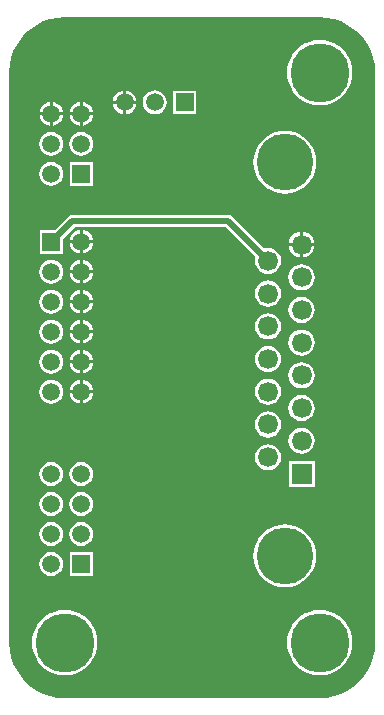
<source format=gbl>
G04 Layer_Physical_Order=2*
G04 Layer_Color=16711680*
%FSLAX24Y24*%
%MOIN*%
G70*
G01*
G75*
%ADD13C,0.0200*%
%ADD14R,0.0665X0.0665*%
%ADD15C,0.0665*%
%ADD16C,0.1890*%
%ADD17C,0.0591*%
%ADD18R,0.0591X0.0591*%
%ADD19R,0.0591X0.0591*%
%ADD20C,0.1969*%
G36*
X8741Y20833D02*
X8979Y20786D01*
X9208Y20708D01*
X9424Y20601D01*
X9626Y20467D01*
X9807Y20307D01*
X9967Y20126D01*
X10101Y19924D01*
X10208Y19708D01*
X10286Y19479D01*
X10333Y19241D01*
X10348Y19007D01*
X10347Y19000D01*
Y0D01*
X10348Y-7D01*
X10333Y-241D01*
X10286Y-479D01*
X10208Y-708D01*
X10101Y-924D01*
X9967Y-1126D01*
X9807Y-1307D01*
X9626Y-1467D01*
X9424Y-1601D01*
X9208Y-1708D01*
X8979Y-1786D01*
X8741Y-1833D01*
X8507Y-1848D01*
X8500Y-1847D01*
X0D01*
X-7Y-1848D01*
X-241Y-1833D01*
X-479Y-1786D01*
X-708Y-1708D01*
X-924Y-1601D01*
X-1126Y-1467D01*
X-1307Y-1307D01*
X-1467Y-1126D01*
X-1601Y-924D01*
X-1708Y-708D01*
X-1786Y-479D01*
X-1833Y-241D01*
X-1848Y-7D01*
X-1847Y0D01*
Y19000D01*
X-1848Y19007D01*
X-1833Y19241D01*
X-1786Y19479D01*
X-1708Y19708D01*
X-1601Y19924D01*
X-1467Y20126D01*
X-1307Y20307D01*
X-1126Y20467D01*
X-924Y20601D01*
X-708Y20708D01*
X-479Y20786D01*
X-241Y20833D01*
X-7Y20848D01*
X0Y20847D01*
X8500D01*
X8507Y20848D01*
X8741Y20833D01*
D02*
G37*
%LPC*%
G36*
X6781Y9886D02*
X6668Y9872D01*
X6563Y9828D01*
X6473Y9759D01*
X6403Y9668D01*
X6360Y9563D01*
X6345Y9450D01*
X6360Y9337D01*
X6403Y9232D01*
X6473Y9141D01*
X6563Y9072D01*
X6668Y9028D01*
X6781Y9014D01*
X6894Y9028D01*
X6999Y9072D01*
X7090Y9141D01*
X7159Y9232D01*
X7203Y9337D01*
X7218Y9450D01*
X7203Y9563D01*
X7159Y9668D01*
X7090Y9759D01*
X6999Y9828D01*
X6894Y9872D01*
X6781Y9886D01*
D02*
G37*
G36*
X951Y9310D02*
X609D01*
Y8968D01*
X662Y8975D01*
X758Y9014D01*
X841Y9078D01*
X904Y9160D01*
X944Y9257D01*
X951Y9310D01*
D02*
G37*
G36*
X609Y9752D02*
Y9410D01*
X951D01*
X944Y9463D01*
X904Y9559D01*
X841Y9642D01*
X758Y9705D01*
X662Y9745D01*
X609Y9752D01*
D02*
G37*
G36*
X509D02*
X456Y9745D01*
X360Y9705D01*
X277Y9642D01*
X214Y9559D01*
X174Y9463D01*
X167Y9410D01*
X509D01*
Y9752D01*
D02*
G37*
G36*
Y9310D02*
X167D01*
X174Y9257D01*
X214Y9160D01*
X277Y9078D01*
X360Y9014D01*
X456Y8975D01*
X509Y8968D01*
Y9310D01*
D02*
G37*
G36*
X609Y8752D02*
Y8410D01*
X951D01*
X944Y8463D01*
X904Y8559D01*
X841Y8642D01*
X758Y8705D01*
X662Y8745D01*
X609Y8752D01*
D02*
G37*
G36*
X509D02*
X456Y8745D01*
X360Y8705D01*
X277Y8642D01*
X214Y8559D01*
X174Y8463D01*
X167Y8410D01*
X509D01*
Y8752D01*
D02*
G37*
G36*
X-441Y9758D02*
X-544Y9745D01*
X-640Y9705D01*
X-723Y9642D01*
X-786Y9559D01*
X-826Y9463D01*
X-840Y9360D01*
X-826Y9257D01*
X-786Y9160D01*
X-723Y9078D01*
X-640Y9014D01*
X-544Y8975D01*
X-441Y8961D01*
X-338Y8975D01*
X-242Y9014D01*
X-159Y9078D01*
X-96Y9160D01*
X-56Y9257D01*
X-42Y9360D01*
X-56Y9463D01*
X-96Y9559D01*
X-159Y9642D01*
X-242Y9705D01*
X-338Y9745D01*
X-441Y9758D01*
D02*
G37*
G36*
X7899Y9341D02*
X7786Y9326D01*
X7681Y9283D01*
X7591Y9213D01*
X7521Y9123D01*
X7478Y9018D01*
X7463Y8905D01*
X7478Y8792D01*
X7521Y8687D01*
X7591Y8596D01*
X7681Y8527D01*
X7786Y8483D01*
X7899Y8468D01*
X8012Y8483D01*
X8117Y8527D01*
X8208Y8596D01*
X8277Y8687D01*
X8321Y8792D01*
X8336Y8905D01*
X8321Y9018D01*
X8277Y9123D01*
X8208Y9213D01*
X8117Y9283D01*
X8012Y9326D01*
X7899Y9341D01*
D02*
G37*
G36*
Y10432D02*
X7786Y10417D01*
X7681Y10373D01*
X7591Y10304D01*
X7521Y10213D01*
X7478Y10108D01*
X7463Y9995D01*
X7478Y9882D01*
X7521Y9777D01*
X7591Y9687D01*
X7681Y9617D01*
X7786Y9574D01*
X7899Y9559D01*
X8012Y9574D01*
X8117Y9617D01*
X8208Y9687D01*
X8277Y9777D01*
X8321Y9882D01*
X8336Y9995D01*
X8321Y10108D01*
X8277Y10213D01*
X8208Y10304D01*
X8117Y10373D01*
X8012Y10417D01*
X7899Y10432D01*
D02*
G37*
G36*
Y11522D02*
X7786Y11507D01*
X7681Y11464D01*
X7591Y11394D01*
X7521Y11304D01*
X7478Y11199D01*
X7463Y11086D01*
X7478Y10973D01*
X7521Y10868D01*
X7591Y10777D01*
X7681Y10708D01*
X7786Y10664D01*
X7899Y10649D01*
X8012Y10664D01*
X8117Y10708D01*
X8208Y10777D01*
X8277Y10868D01*
X8321Y10973D01*
X8336Y11086D01*
X8321Y11199D01*
X8277Y11304D01*
X8208Y11394D01*
X8117Y11464D01*
X8012Y11507D01*
X7899Y11522D01*
D02*
G37*
G36*
X609Y10752D02*
Y10410D01*
X951D01*
X944Y10463D01*
X904Y10559D01*
X841Y10642D01*
X758Y10705D01*
X662Y10745D01*
X609Y10752D01*
D02*
G37*
G36*
X509Y11310D02*
X167D01*
X174Y11257D01*
X214Y11160D01*
X277Y11078D01*
X360Y11014D01*
X456Y10975D01*
X509Y10968D01*
Y11310D01*
D02*
G37*
G36*
X-441Y11758D02*
X-544Y11745D01*
X-640Y11705D01*
X-723Y11642D01*
X-786Y11559D01*
X-826Y11463D01*
X-840Y11360D01*
X-826Y11257D01*
X-786Y11160D01*
X-723Y11078D01*
X-640Y11014D01*
X-544Y10975D01*
X-441Y10961D01*
X-338Y10975D01*
X-242Y11014D01*
X-159Y11078D01*
X-96Y11160D01*
X-56Y11257D01*
X-42Y11360D01*
X-56Y11463D01*
X-96Y11559D01*
X-159Y11642D01*
X-242Y11705D01*
X-338Y11745D01*
X-441Y11758D01*
D02*
G37*
G36*
X509Y10752D02*
X456Y10745D01*
X360Y10705D01*
X277Y10642D01*
X214Y10559D01*
X174Y10463D01*
X167Y10410D01*
X509D01*
Y10752D01*
D02*
G37*
G36*
Y10310D02*
X167D01*
X174Y10257D01*
X214Y10160D01*
X277Y10078D01*
X360Y10014D01*
X456Y9975D01*
X509Y9968D01*
Y10310D01*
D02*
G37*
G36*
X-441Y10758D02*
X-544Y10745D01*
X-640Y10705D01*
X-723Y10642D01*
X-786Y10559D01*
X-826Y10463D01*
X-840Y10360D01*
X-826Y10257D01*
X-786Y10160D01*
X-723Y10078D01*
X-640Y10014D01*
X-544Y9975D01*
X-441Y9961D01*
X-338Y9975D01*
X-242Y10014D01*
X-159Y10078D01*
X-96Y10160D01*
X-56Y10257D01*
X-42Y10360D01*
X-56Y10463D01*
X-96Y10559D01*
X-159Y10642D01*
X-242Y10705D01*
X-338Y10745D01*
X-441Y10758D01*
D02*
G37*
G36*
X6781Y10977D02*
X6668Y10962D01*
X6563Y10918D01*
X6473Y10849D01*
X6403Y10759D01*
X6360Y10654D01*
X6345Y10541D01*
X6360Y10428D01*
X6403Y10322D01*
X6473Y10232D01*
X6563Y10163D01*
X6668Y10119D01*
X6781Y10104D01*
X6894Y10119D01*
X6999Y10163D01*
X7090Y10232D01*
X7159Y10322D01*
X7203Y10428D01*
X7218Y10541D01*
X7203Y10654D01*
X7159Y10759D01*
X7090Y10849D01*
X6999Y10918D01*
X6894Y10962D01*
X6781Y10977D01*
D02*
G37*
G36*
X951Y10310D02*
X609D01*
Y9968D01*
X662Y9975D01*
X758Y10014D01*
X841Y10078D01*
X904Y10160D01*
X944Y10257D01*
X951Y10310D01*
D02*
G37*
G36*
Y8310D02*
X609D01*
Y7968D01*
X662Y7975D01*
X758Y8014D01*
X841Y8078D01*
X904Y8160D01*
X944Y8257D01*
X951Y8310D01*
D02*
G37*
G36*
X559Y4015D02*
X456Y4002D01*
X360Y3962D01*
X277Y3899D01*
X214Y3816D01*
X174Y3720D01*
X160Y3617D01*
X174Y3513D01*
X214Y3417D01*
X277Y3335D01*
X360Y3271D01*
X456Y3232D01*
X559Y3218D01*
X662Y3232D01*
X758Y3271D01*
X841Y3335D01*
X904Y3417D01*
X944Y3513D01*
X958Y3617D01*
X944Y3720D01*
X904Y3816D01*
X841Y3899D01*
X758Y3962D01*
X662Y4002D01*
X559Y4015D01*
D02*
G37*
G36*
X-441D02*
X-544Y4002D01*
X-640Y3962D01*
X-723Y3899D01*
X-786Y3816D01*
X-826Y3720D01*
X-840Y3617D01*
X-826Y3513D01*
X-786Y3417D01*
X-723Y3335D01*
X-640Y3271D01*
X-544Y3232D01*
X-441Y3218D01*
X-338Y3232D01*
X-242Y3271D01*
X-159Y3335D01*
X-96Y3417D01*
X-56Y3513D01*
X-42Y3617D01*
X-56Y3720D01*
X-96Y3816D01*
X-159Y3899D01*
X-242Y3962D01*
X-338Y4002D01*
X-441Y4015D01*
D02*
G37*
G36*
X559Y5015D02*
X456Y5002D01*
X360Y4962D01*
X277Y4899D01*
X214Y4816D01*
X174Y4720D01*
X160Y4617D01*
X174Y4513D01*
X214Y4417D01*
X277Y4335D01*
X360Y4271D01*
X456Y4232D01*
X559Y4218D01*
X662Y4232D01*
X758Y4271D01*
X841Y4335D01*
X904Y4417D01*
X944Y4513D01*
X958Y4617D01*
X944Y4720D01*
X904Y4816D01*
X841Y4899D01*
X758Y4962D01*
X662Y5002D01*
X559Y5015D01*
D02*
G37*
G36*
X-441D02*
X-544Y5002D01*
X-640Y4962D01*
X-723Y4899D01*
X-786Y4816D01*
X-826Y4720D01*
X-840Y4617D01*
X-826Y4513D01*
X-786Y4417D01*
X-723Y4335D01*
X-640Y4271D01*
X-544Y4232D01*
X-441Y4218D01*
X-338Y4232D01*
X-242Y4271D01*
X-159Y4335D01*
X-96Y4417D01*
X-56Y4513D01*
X-42Y4617D01*
X-56Y4720D01*
X-96Y4816D01*
X-159Y4899D01*
X-242Y4962D01*
X-338Y5002D01*
X-441Y5015D01*
D02*
G37*
G36*
X954Y3012D02*
X164D01*
Y2221D01*
X954D01*
Y3012D01*
D02*
G37*
G36*
X8500Y1088D02*
X8330Y1074D01*
X8164Y1034D01*
X8006Y969D01*
X7861Y880D01*
X7731Y769D01*
X7620Y639D01*
X7531Y494D01*
X7466Y336D01*
X7426Y170D01*
X7412Y0D01*
X7426Y-170D01*
X7466Y-336D01*
X7531Y-494D01*
X7620Y-639D01*
X7731Y-769D01*
X7861Y-880D01*
X8006Y-969D01*
X8164Y-1034D01*
X8330Y-1074D01*
X8500Y-1088D01*
X8670Y-1074D01*
X8836Y-1034D01*
X8994Y-969D01*
X9139Y-880D01*
X9269Y-769D01*
X9380Y-639D01*
X9469Y-494D01*
X9534Y-336D01*
X9574Y-170D01*
X9588Y0D01*
X9574Y170D01*
X9534Y336D01*
X9469Y494D01*
X9380Y639D01*
X9269Y769D01*
X9139Y880D01*
X8994Y969D01*
X8836Y1034D01*
X8670Y1074D01*
X8500Y1088D01*
D02*
G37*
G36*
X0D02*
X-170Y1074D01*
X-336Y1034D01*
X-494Y969D01*
X-639Y880D01*
X-769Y769D01*
X-880Y639D01*
X-969Y494D01*
X-1034Y336D01*
X-1074Y170D01*
X-1088Y0D01*
X-1074Y-170D01*
X-1034Y-336D01*
X-969Y-494D01*
X-880Y-639D01*
X-769Y-769D01*
X-639Y-880D01*
X-494Y-969D01*
X-336Y-1034D01*
X-170Y-1074D01*
X0Y-1088D01*
X170Y-1074D01*
X336Y-1034D01*
X494Y-969D01*
X639Y-880D01*
X769Y-769D01*
X880Y-639D01*
X969Y-494D01*
X1034Y-336D01*
X1074Y-170D01*
X1088Y0D01*
X1074Y170D01*
X1034Y336D01*
X969Y494D01*
X880Y639D01*
X769Y769D01*
X639Y880D01*
X494Y969D01*
X336Y1034D01*
X170Y1074D01*
X0Y1088D01*
D02*
G37*
G36*
X-441Y3015D02*
X-544Y3002D01*
X-640Y2962D01*
X-723Y2899D01*
X-786Y2816D01*
X-826Y2720D01*
X-840Y2617D01*
X-826Y2513D01*
X-786Y2417D01*
X-723Y2335D01*
X-640Y2271D01*
X-544Y2232D01*
X-441Y2218D01*
X-338Y2232D01*
X-242Y2271D01*
X-159Y2335D01*
X-96Y2417D01*
X-56Y2513D01*
X-42Y2617D01*
X-56Y2720D01*
X-96Y2816D01*
X-159Y2899D01*
X-242Y2962D01*
X-338Y3002D01*
X-441Y3015D01*
D02*
G37*
G36*
X7340Y3939D02*
X7176Y3926D01*
X7016Y3888D01*
X6864Y3825D01*
X6724Y3739D01*
X6599Y3632D01*
X6492Y3507D01*
X6406Y3367D01*
X6343Y3215D01*
X6305Y3055D01*
X6292Y2891D01*
X6305Y2727D01*
X6343Y2567D01*
X6406Y2415D01*
X6492Y2275D01*
X6599Y2150D01*
X6724Y2043D01*
X6864Y1957D01*
X7016Y1894D01*
X7176Y1856D01*
X7340Y1843D01*
X7504Y1856D01*
X7664Y1894D01*
X7816Y1957D01*
X7956Y2043D01*
X8081Y2150D01*
X8188Y2275D01*
X8274Y2415D01*
X8337Y2567D01*
X8375Y2727D01*
X8388Y2891D01*
X8375Y3055D01*
X8337Y3215D01*
X8274Y3367D01*
X8188Y3507D01*
X8081Y3632D01*
X7956Y3739D01*
X7816Y3825D01*
X7664Y3888D01*
X7504Y3926D01*
X7340Y3939D01*
D02*
G37*
G36*
X8332Y6066D02*
X7467D01*
Y5200D01*
X8332D01*
Y6066D01*
D02*
G37*
G36*
X6781Y8796D02*
X6668Y8781D01*
X6563Y8737D01*
X6473Y8668D01*
X6403Y8578D01*
X6360Y8472D01*
X6345Y8359D01*
X6360Y8246D01*
X6403Y8141D01*
X6473Y8051D01*
X6563Y7982D01*
X6668Y7938D01*
X6781Y7923D01*
X6894Y7938D01*
X6999Y7982D01*
X7090Y8051D01*
X7159Y8141D01*
X7203Y8246D01*
X7218Y8359D01*
X7203Y8472D01*
X7159Y8578D01*
X7090Y8668D01*
X6999Y8737D01*
X6894Y8781D01*
X6781Y8796D01*
D02*
G37*
G36*
X7899Y8251D02*
X7786Y8236D01*
X7681Y8192D01*
X7591Y8123D01*
X7521Y8032D01*
X7478Y7927D01*
X7463Y7814D01*
X7478Y7701D01*
X7521Y7596D01*
X7591Y7506D01*
X7681Y7436D01*
X7786Y7393D01*
X7899Y7378D01*
X8012Y7393D01*
X8117Y7436D01*
X8208Y7506D01*
X8277Y7596D01*
X8321Y7701D01*
X8336Y7814D01*
X8321Y7927D01*
X8277Y8032D01*
X8208Y8123D01*
X8117Y8192D01*
X8012Y8236D01*
X7899Y8251D01*
D02*
G37*
G36*
X509Y8310D02*
X167D01*
X174Y8257D01*
X214Y8160D01*
X277Y8078D01*
X360Y8014D01*
X456Y7975D01*
X509Y7968D01*
Y8310D01*
D02*
G37*
G36*
X-441Y8758D02*
X-544Y8745D01*
X-640Y8705D01*
X-723Y8642D01*
X-786Y8559D01*
X-826Y8463D01*
X-840Y8360D01*
X-826Y8257D01*
X-786Y8160D01*
X-723Y8078D01*
X-640Y8014D01*
X-544Y7975D01*
X-441Y7961D01*
X-338Y7975D01*
X-242Y8014D01*
X-159Y8078D01*
X-96Y8160D01*
X-56Y8257D01*
X-42Y8360D01*
X-56Y8463D01*
X-96Y8559D01*
X-159Y8642D01*
X-242Y8705D01*
X-338Y8745D01*
X-441Y8758D01*
D02*
G37*
G36*
X6781Y7705D02*
X6668Y7690D01*
X6563Y7647D01*
X6473Y7577D01*
X6403Y7487D01*
X6360Y7382D01*
X6345Y7269D01*
X6360Y7156D01*
X6403Y7051D01*
X6473Y6960D01*
X6563Y6891D01*
X6668Y6847D01*
X6781Y6832D01*
X6894Y6847D01*
X6999Y6891D01*
X7090Y6960D01*
X7159Y7051D01*
X7203Y7156D01*
X7218Y7269D01*
X7203Y7382D01*
X7159Y7487D01*
X7090Y7577D01*
X6999Y7647D01*
X6894Y7690D01*
X6781Y7705D01*
D02*
G37*
G36*
X559Y6015D02*
X456Y6002D01*
X360Y5962D01*
X277Y5899D01*
X214Y5816D01*
X174Y5720D01*
X160Y5617D01*
X174Y5513D01*
X214Y5417D01*
X277Y5335D01*
X360Y5271D01*
X456Y5232D01*
X559Y5218D01*
X662Y5232D01*
X758Y5271D01*
X841Y5335D01*
X904Y5417D01*
X944Y5513D01*
X958Y5617D01*
X944Y5720D01*
X904Y5816D01*
X841Y5899D01*
X758Y5962D01*
X662Y6002D01*
X559Y6015D01*
D02*
G37*
G36*
X-441D02*
X-544Y6002D01*
X-640Y5962D01*
X-723Y5899D01*
X-786Y5816D01*
X-826Y5720D01*
X-840Y5617D01*
X-826Y5513D01*
X-786Y5417D01*
X-723Y5335D01*
X-640Y5271D01*
X-544Y5232D01*
X-441Y5218D01*
X-338Y5232D01*
X-242Y5271D01*
X-159Y5335D01*
X-96Y5417D01*
X-56Y5513D01*
X-42Y5617D01*
X-56Y5720D01*
X-96Y5816D01*
X-159Y5899D01*
X-242Y5962D01*
X-338Y6002D01*
X-441Y6015D01*
D02*
G37*
G36*
X7899Y7160D02*
X7786Y7145D01*
X7681Y7102D01*
X7591Y7032D01*
X7521Y6942D01*
X7478Y6837D01*
X7463Y6724D01*
X7478Y6611D01*
X7521Y6505D01*
X7591Y6415D01*
X7681Y6346D01*
X7786Y6302D01*
X7899Y6287D01*
X8012Y6302D01*
X8117Y6346D01*
X8208Y6415D01*
X8277Y6505D01*
X8321Y6611D01*
X8336Y6724D01*
X8321Y6837D01*
X8277Y6942D01*
X8208Y7032D01*
X8117Y7102D01*
X8012Y7145D01*
X7899Y7160D01*
D02*
G37*
G36*
X6781Y6615D02*
X6668Y6600D01*
X6563Y6556D01*
X6473Y6487D01*
X6403Y6397D01*
X6360Y6291D01*
X6345Y6178D01*
X6360Y6065D01*
X6403Y5960D01*
X6473Y5870D01*
X6563Y5800D01*
X6668Y5757D01*
X6781Y5742D01*
X6894Y5757D01*
X6999Y5800D01*
X7090Y5870D01*
X7159Y5960D01*
X7203Y6065D01*
X7218Y6178D01*
X7203Y6291D01*
X7159Y6397D01*
X7090Y6487D01*
X6999Y6556D01*
X6894Y6600D01*
X6781Y6615D01*
D02*
G37*
G36*
X-49Y17570D02*
X-391D01*
Y17228D01*
X-338Y17235D01*
X-242Y17275D01*
X-159Y17338D01*
X-96Y17420D01*
X-56Y17517D01*
X-49Y17570D01*
D02*
G37*
G36*
X509D02*
X167D01*
X174Y17517D01*
X214Y17420D01*
X277Y17338D01*
X360Y17275D01*
X456Y17235D01*
X509Y17228D01*
Y17570D01*
D02*
G37*
G36*
X3000Y18402D02*
X2897Y18388D01*
X2801Y18348D01*
X2718Y18285D01*
X2655Y18202D01*
X2615Y18106D01*
X2601Y18003D01*
X2615Y17900D01*
X2655Y17804D01*
X2718Y17721D01*
X2801Y17658D01*
X2897Y17618D01*
X3000Y17604D01*
X3103Y17618D01*
X3199Y17658D01*
X3282Y17721D01*
X3345Y17804D01*
X3385Y17900D01*
X3399Y18003D01*
X3385Y18106D01*
X3345Y18202D01*
X3282Y18285D01*
X3199Y18348D01*
X3103Y18388D01*
X3000Y18402D01*
D02*
G37*
G36*
X951Y17570D02*
X609D01*
Y17228D01*
X662Y17235D01*
X758Y17275D01*
X841Y17338D01*
X904Y17420D01*
X944Y17517D01*
X951Y17570D01*
D02*
G37*
G36*
X-491D02*
X-833D01*
X-826Y17517D01*
X-786Y17420D01*
X-723Y17338D01*
X-640Y17275D01*
X-544Y17235D01*
X-491Y17228D01*
Y17570D01*
D02*
G37*
G36*
X954Y16015D02*
X164D01*
Y15225D01*
X954D01*
Y16015D01*
D02*
G37*
G36*
X-441Y16018D02*
X-544Y16005D01*
X-640Y15965D01*
X-723Y15902D01*
X-786Y15819D01*
X-826Y15723D01*
X-840Y15620D01*
X-826Y15517D01*
X-786Y15420D01*
X-723Y15338D01*
X-640Y15275D01*
X-544Y15235D01*
X-441Y15221D01*
X-338Y15235D01*
X-242Y15275D01*
X-159Y15338D01*
X-96Y15420D01*
X-56Y15517D01*
X-42Y15620D01*
X-56Y15723D01*
X-96Y15819D01*
X-159Y15902D01*
X-242Y15965D01*
X-338Y16005D01*
X-441Y16018D01*
D02*
G37*
G36*
X559Y17018D02*
X456Y17005D01*
X360Y16965D01*
X277Y16902D01*
X214Y16819D01*
X174Y16723D01*
X160Y16620D01*
X174Y16517D01*
X214Y16420D01*
X277Y16338D01*
X360Y16275D01*
X456Y16235D01*
X559Y16221D01*
X662Y16235D01*
X758Y16275D01*
X841Y16338D01*
X904Y16420D01*
X944Y16517D01*
X958Y16620D01*
X944Y16723D01*
X904Y16819D01*
X841Y16902D01*
X758Y16965D01*
X662Y17005D01*
X559Y17018D01*
D02*
G37*
G36*
X-441D02*
X-544Y17005D01*
X-640Y16965D01*
X-723Y16902D01*
X-786Y16819D01*
X-826Y16723D01*
X-840Y16620D01*
X-826Y16517D01*
X-786Y16420D01*
X-723Y16338D01*
X-640Y16275D01*
X-544Y16235D01*
X-441Y16221D01*
X-338Y16235D01*
X-242Y16275D01*
X-159Y16338D01*
X-96Y16420D01*
X-56Y16517D01*
X-42Y16620D01*
X-56Y16723D01*
X-96Y16819D01*
X-159Y16902D01*
X-242Y16965D01*
X-338Y17005D01*
X-441Y17018D01*
D02*
G37*
G36*
X4395Y18398D02*
X3605D01*
Y17608D01*
X4395D01*
Y18398D01*
D02*
G37*
G36*
X8500Y20088D02*
X8330Y20074D01*
X8164Y20034D01*
X8006Y19969D01*
X7861Y19880D01*
X7731Y19769D01*
X7620Y19639D01*
X7531Y19494D01*
X7466Y19336D01*
X7426Y19170D01*
X7412Y19000D01*
X7426Y18830D01*
X7466Y18664D01*
X7531Y18506D01*
X7620Y18361D01*
X7731Y18231D01*
X7861Y18120D01*
X8006Y18031D01*
X8164Y17966D01*
X8330Y17926D01*
X8500Y17912D01*
X8670Y17926D01*
X8836Y17966D01*
X8994Y18031D01*
X9139Y18120D01*
X9269Y18231D01*
X9380Y18361D01*
X9469Y18506D01*
X9534Y18664D01*
X9574Y18830D01*
X9588Y19000D01*
X9574Y19170D01*
X9534Y19336D01*
X9469Y19494D01*
X9380Y19639D01*
X9269Y19769D01*
X9139Y19880D01*
X8994Y19969D01*
X8836Y20034D01*
X8670Y20074D01*
X8500Y20088D01*
D02*
G37*
G36*
X609Y18012D02*
Y17670D01*
X951D01*
X944Y17723D01*
X904Y17819D01*
X841Y17902D01*
X758Y17965D01*
X662Y18005D01*
X609Y18012D01*
D02*
G37*
G36*
X2050Y18395D02*
Y18053D01*
X2392D01*
X2385Y18106D01*
X2345Y18202D01*
X2282Y18285D01*
X2199Y18348D01*
X2103Y18388D01*
X2050Y18395D01*
D02*
G37*
G36*
X1950D02*
X1897Y18388D01*
X1801Y18348D01*
X1718Y18285D01*
X1655Y18202D01*
X1615Y18106D01*
X1608Y18053D01*
X1950D01*
Y18395D01*
D02*
G37*
G36*
X-391Y18012D02*
Y17670D01*
X-49D01*
X-56Y17723D01*
X-96Y17819D01*
X-159Y17902D01*
X-242Y17965D01*
X-338Y18005D01*
X-391Y18012D01*
D02*
G37*
G36*
X2392Y17953D02*
X2050D01*
Y17611D01*
X2103Y17618D01*
X2199Y17658D01*
X2282Y17721D01*
X2345Y17804D01*
X2385Y17900D01*
X2392Y17953D01*
D02*
G37*
G36*
X1950D02*
X1608D01*
X1615Y17900D01*
X1655Y17804D01*
X1718Y17721D01*
X1801Y17658D01*
X1897Y17618D01*
X1950Y17611D01*
Y17953D01*
D02*
G37*
G36*
X509Y18012D02*
X456Y18005D01*
X360Y17965D01*
X277Y17902D01*
X214Y17819D01*
X174Y17723D01*
X167Y17670D01*
X509D01*
Y18012D01*
D02*
G37*
G36*
X-491D02*
X-544Y18005D01*
X-640Y17965D01*
X-723Y17902D01*
X-786Y17819D01*
X-826Y17723D01*
X-833Y17670D01*
X-491D01*
Y18012D01*
D02*
G37*
G36*
X7340Y17057D02*
X7176Y17044D01*
X7016Y17006D01*
X6864Y16943D01*
X6724Y16857D01*
X6599Y16750D01*
X6492Y16625D01*
X6406Y16485D01*
X6343Y16333D01*
X6305Y16173D01*
X6292Y16009D01*
X6305Y15845D01*
X6343Y15685D01*
X6406Y15533D01*
X6492Y15393D01*
X6599Y15268D01*
X6724Y15161D01*
X6864Y15075D01*
X7016Y15012D01*
X7176Y14974D01*
X7340Y14961D01*
X7504Y14974D01*
X7664Y15012D01*
X7816Y15075D01*
X7956Y15161D01*
X8081Y15268D01*
X8188Y15393D01*
X8274Y15533D01*
X8337Y15685D01*
X8375Y15845D01*
X8388Y16009D01*
X8375Y16173D01*
X8337Y16333D01*
X8274Y16485D01*
X8188Y16625D01*
X8081Y16750D01*
X7956Y16857D01*
X7816Y16943D01*
X7664Y17006D01*
X7504Y17044D01*
X7340Y17057D01*
D02*
G37*
G36*
X509Y12310D02*
X167D01*
X174Y12257D01*
X214Y12160D01*
X277Y12078D01*
X360Y12014D01*
X456Y11975D01*
X509Y11968D01*
Y12310D01*
D02*
G37*
G36*
X-441Y12758D02*
X-544Y12745D01*
X-640Y12705D01*
X-723Y12642D01*
X-786Y12559D01*
X-826Y12463D01*
X-840Y12360D01*
X-826Y12257D01*
X-786Y12160D01*
X-723Y12078D01*
X-640Y12014D01*
X-544Y11975D01*
X-441Y11961D01*
X-338Y11975D01*
X-242Y12014D01*
X-159Y12078D01*
X-96Y12160D01*
X-56Y12257D01*
X-42Y12360D01*
X-56Y12463D01*
X-96Y12559D01*
X-159Y12642D01*
X-242Y12705D01*
X-338Y12745D01*
X-441Y12758D01*
D02*
G37*
G36*
X5453Y14254D02*
X249D01*
X171Y14238D01*
X145Y14221D01*
X105Y14194D01*
X105Y14194D01*
X-334Y13755D01*
X-836D01*
Y12964D01*
X-46D01*
Y13467D01*
X334Y13846D01*
X5368D01*
X6365Y12849D01*
X6360Y12835D01*
X6345Y12722D01*
X6360Y12609D01*
X6403Y12503D01*
X6473Y12413D01*
X6563Y12344D01*
X6668Y12300D01*
X6781Y12285D01*
X6894Y12300D01*
X6999Y12344D01*
X7090Y12413D01*
X7159Y12503D01*
X7203Y12609D01*
X7218Y12722D01*
X7203Y12835D01*
X7159Y12940D01*
X7090Y13030D01*
X6999Y13100D01*
X6894Y13143D01*
X6781Y13158D01*
X6668Y13143D01*
X6654Y13137D01*
X5597Y14194D01*
X5531Y14238D01*
X5453Y14254D01*
D02*
G37*
G36*
X951Y12310D02*
X609D01*
Y11968D01*
X662Y11975D01*
X758Y12014D01*
X841Y12078D01*
X904Y12160D01*
X944Y12257D01*
X951Y12310D01*
D02*
G37*
G36*
X7899Y12613D02*
X7786Y12598D01*
X7681Y12554D01*
X7591Y12485D01*
X7521Y12395D01*
X7478Y12289D01*
X7463Y12176D01*
X7478Y12063D01*
X7521Y11958D01*
X7591Y11868D01*
X7681Y11798D01*
X7786Y11755D01*
X7899Y11740D01*
X8012Y11755D01*
X8117Y11798D01*
X8208Y11868D01*
X8277Y11958D01*
X8321Y12063D01*
X8336Y12176D01*
X8321Y12289D01*
X8277Y12395D01*
X8208Y12485D01*
X8117Y12554D01*
X8012Y12598D01*
X7899Y12613D01*
D02*
G37*
G36*
X6781Y12068D02*
X6668Y12053D01*
X6563Y12009D01*
X6473Y11940D01*
X6403Y11849D01*
X6360Y11744D01*
X6345Y11631D01*
X6360Y11518D01*
X6403Y11413D01*
X6473Y11323D01*
X6563Y11253D01*
X6668Y11210D01*
X6781Y11195D01*
X6894Y11210D01*
X6999Y11253D01*
X7090Y11323D01*
X7159Y11413D01*
X7203Y11518D01*
X7218Y11631D01*
X7203Y11744D01*
X7159Y11849D01*
X7090Y11940D01*
X6999Y12009D01*
X6894Y12053D01*
X6781Y12068D01*
D02*
G37*
G36*
X951Y11310D02*
X609D01*
Y10968D01*
X662Y10975D01*
X758Y11014D01*
X841Y11078D01*
X904Y11160D01*
X944Y11257D01*
X951Y11310D01*
D02*
G37*
G36*
X609Y11752D02*
Y11410D01*
X951D01*
X944Y11463D01*
X904Y11559D01*
X841Y11642D01*
X758Y11705D01*
X662Y11745D01*
X609Y11752D01*
D02*
G37*
G36*
X509Y11752D02*
X456Y11745D01*
X360Y11705D01*
X277Y11642D01*
X214Y11559D01*
X174Y11463D01*
X167Y11410D01*
X509D01*
Y11752D01*
D02*
G37*
G36*
Y12752D02*
X456Y12745D01*
X360Y12705D01*
X277Y12642D01*
X214Y12559D01*
X174Y12463D01*
X167Y12410D01*
X509D01*
Y12752D01*
D02*
G37*
G36*
X7949Y13697D02*
Y13317D01*
X8329D01*
X8321Y13380D01*
X8277Y13485D01*
X8208Y13576D01*
X8117Y13645D01*
X8012Y13688D01*
X7949Y13697D01*
D02*
G37*
G36*
X7849Y13697D02*
X7786Y13688D01*
X7681Y13645D01*
X7591Y13576D01*
X7521Y13485D01*
X7478Y13380D01*
X7469Y13317D01*
X7849D01*
Y13697D01*
D02*
G37*
G36*
X609Y13752D02*
Y13410D01*
X951D01*
X944Y13463D01*
X904Y13559D01*
X841Y13642D01*
X758Y13705D01*
X662Y13745D01*
X609Y13752D01*
D02*
G37*
G36*
X509Y13752D02*
X456Y13745D01*
X360Y13705D01*
X277Y13642D01*
X214Y13559D01*
X174Y13463D01*
X167Y13410D01*
X509D01*
Y13752D01*
D02*
G37*
G36*
X951Y13310D02*
X609D01*
Y12968D01*
X662Y12975D01*
X758Y13014D01*
X841Y13078D01*
X904Y13160D01*
X944Y13257D01*
X951Y13310D01*
D02*
G37*
G36*
X7849Y13217D02*
X7469D01*
X7478Y13154D01*
X7521Y13049D01*
X7591Y12958D01*
X7681Y12889D01*
X7786Y12845D01*
X7849Y12837D01*
Y13217D01*
D02*
G37*
G36*
X609Y12752D02*
Y12410D01*
X951D01*
X944Y12463D01*
X904Y12559D01*
X841Y12642D01*
X758Y12705D01*
X662Y12745D01*
X609Y12752D01*
D02*
G37*
G36*
X509Y13310D02*
X167D01*
X174Y13257D01*
X214Y13160D01*
X277Y13078D01*
X360Y13014D01*
X456Y12975D01*
X509Y12968D01*
Y13310D01*
D02*
G37*
G36*
X8329Y13217D02*
X7949D01*
Y12837D01*
X8012Y12845D01*
X8117Y12889D01*
X8208Y12958D01*
X8277Y13049D01*
X8321Y13154D01*
X8329Y13217D01*
D02*
G37*
%LPD*%
D13*
X5453Y14050D02*
X6781Y12722D01*
X249Y14050D02*
X5453D01*
X-441Y13360D02*
X249Y14050D01*
D14*
X7899Y5633D02*
D03*
D15*
X6781Y6178D02*
D03*
X7899Y6724D02*
D03*
X6781Y7269D02*
D03*
X7899Y7814D02*
D03*
X6781Y8359D02*
D03*
X7899Y8905D02*
D03*
X6781Y9450D02*
D03*
X7899Y9995D02*
D03*
X6781Y10541D02*
D03*
X7899Y11086D02*
D03*
X6781Y11631D02*
D03*
X7899Y12176D02*
D03*
X6781Y12722D02*
D03*
X7899Y13267D02*
D03*
D16*
X7340Y2891D02*
D03*
Y16009D02*
D03*
D17*
X-441Y5617D02*
D03*
X559D02*
D03*
X-441Y4617D02*
D03*
X559D02*
D03*
X-441Y3617D02*
D03*
X559D02*
D03*
X-441Y2617D02*
D03*
Y15620D02*
D03*
X559Y16620D02*
D03*
X-441D02*
D03*
X559Y17620D02*
D03*
X-441D02*
D03*
X3000Y18003D02*
D03*
X2000D02*
D03*
X559Y8360D02*
D03*
X-441D02*
D03*
X559Y9360D02*
D03*
X-441D02*
D03*
X559Y10360D02*
D03*
X-441D02*
D03*
X559Y11360D02*
D03*
X-441D02*
D03*
X559Y12360D02*
D03*
X-441D02*
D03*
X559Y13360D02*
D03*
D18*
Y2617D02*
D03*
Y15620D02*
D03*
X-441Y13360D02*
D03*
D19*
X4000Y18003D02*
D03*
D20*
X0Y0D02*
D03*
X8500D02*
D03*
Y19000D02*
D03*
M02*

</source>
